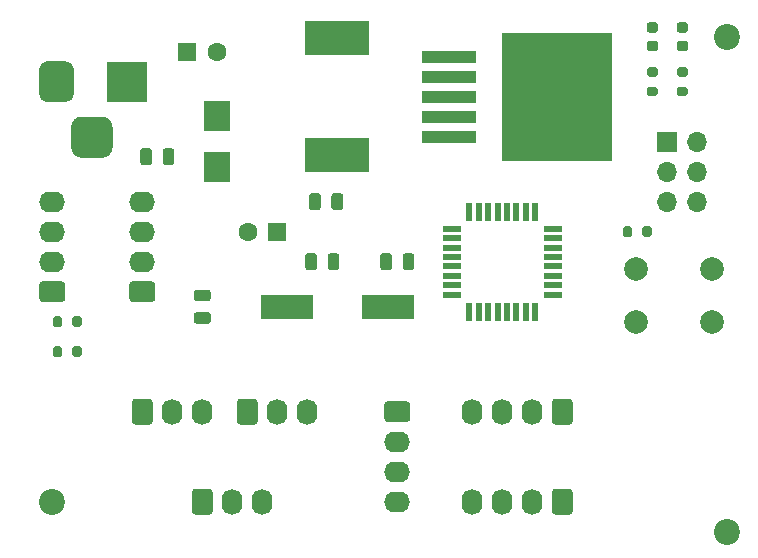
<source format=gbr>
%TF.GenerationSoftware,KiCad,Pcbnew,5.99.0+really5.1.10+dfsg1-1*%
%TF.CreationDate,2022-04-25T00:01:12+02:00*%
%TF.ProjectId,mini_accessory,6d696e69-5f61-4636-9365-73736f72792e,rev?*%
%TF.SameCoordinates,Original*%
%TF.FileFunction,Soldermask,Top*%
%TF.FilePolarity,Negative*%
%FSLAX46Y46*%
G04 Gerber Fmt 4.6, Leading zero omitted, Abs format (unit mm)*
G04 Created by KiCad (PCBNEW 5.99.0+really5.1.10+dfsg1-1) date 2022-04-25 00:01:12*
%MOMM*%
%LPD*%
G01*
G04 APERTURE LIST*
%ADD10C,2.200000*%
%ADD11R,1.600000X1.600000*%
%ADD12C,1.600000*%
%ADD13R,2.300000X2.500000*%
%ADD14R,3.500000X3.500000*%
%ADD15O,2.190000X1.740000*%
%ADD16R,1.700000X1.700000*%
%ADD17O,1.700000X1.700000*%
%ADD18O,1.740000X2.190000*%
%ADD19C,2.000000*%
%ADD20R,4.600000X1.100000*%
%ADD21R,9.400000X10.800000*%
%ADD22R,1.600000X0.550000*%
%ADD23R,0.550000X1.600000*%
%ADD24R,4.500000X2.000000*%
%ADD25R,5.400000X2.900000*%
G04 APERTURE END LIST*
D10*
%TO.C,REF\u002A\u002A*%
X81280000Y-96520000D03*
%TD*%
%TO.C,REF\u002A\u002A*%
X138430000Y-99060000D03*
%TD*%
%TO.C,REF\u002A\u002A*%
X138430000Y-57150000D03*
%TD*%
D11*
%TO.C,C1*%
X92710000Y-58420000D03*
D12*
X95210000Y-58420000D03*
%TD*%
%TO.C,C2*%
G36*
G01*
X90620000Y-67785000D02*
X90620000Y-66835000D01*
G75*
G02*
X90870000Y-66585000I250000J0D01*
G01*
X91370000Y-66585000D01*
G75*
G02*
X91620000Y-66835000I0J-250000D01*
G01*
X91620000Y-67785000D01*
G75*
G02*
X91370000Y-68035000I-250000J0D01*
G01*
X90870000Y-68035000D01*
G75*
G02*
X90620000Y-67785000I0J250000D01*
G01*
G37*
G36*
G01*
X88720000Y-67785000D02*
X88720000Y-66835000D01*
G75*
G02*
X88970000Y-66585000I250000J0D01*
G01*
X89470000Y-66585000D01*
G75*
G02*
X89720000Y-66835000I0J-250000D01*
G01*
X89720000Y-67785000D01*
G75*
G02*
X89470000Y-68035000I-250000J0D01*
G01*
X88970000Y-68035000D01*
G75*
G02*
X88720000Y-67785000I0J250000D01*
G01*
G37*
%TD*%
D11*
%TO.C,C3*%
X100330000Y-73660000D03*
D12*
X97830000Y-73660000D03*
%TD*%
%TO.C,C4*%
G36*
G01*
X103010000Y-71595000D02*
X103010000Y-70645000D01*
G75*
G02*
X103260000Y-70395000I250000J0D01*
G01*
X103760000Y-70395000D01*
G75*
G02*
X104010000Y-70645000I0J-250000D01*
G01*
X104010000Y-71595000D01*
G75*
G02*
X103760000Y-71845000I-250000J0D01*
G01*
X103260000Y-71845000D01*
G75*
G02*
X103010000Y-71595000I0J250000D01*
G01*
G37*
G36*
G01*
X104910000Y-71595000D02*
X104910000Y-70645000D01*
G75*
G02*
X105160000Y-70395000I250000J0D01*
G01*
X105660000Y-70395000D01*
G75*
G02*
X105910000Y-70645000I0J-250000D01*
G01*
X105910000Y-71595000D01*
G75*
G02*
X105660000Y-71845000I-250000J0D01*
G01*
X105160000Y-71845000D01*
G75*
G02*
X104910000Y-71595000I0J250000D01*
G01*
G37*
%TD*%
%TO.C,C5*%
G36*
G01*
X111940000Y-75725000D02*
X111940000Y-76675000D01*
G75*
G02*
X111690000Y-76925000I-250000J0D01*
G01*
X111190000Y-76925000D01*
G75*
G02*
X110940000Y-76675000I0J250000D01*
G01*
X110940000Y-75725000D01*
G75*
G02*
X111190000Y-75475000I250000J0D01*
G01*
X111690000Y-75475000D01*
G75*
G02*
X111940000Y-75725000I0J-250000D01*
G01*
G37*
G36*
G01*
X110040000Y-75725000D02*
X110040000Y-76675000D01*
G75*
G02*
X109790000Y-76925000I-250000J0D01*
G01*
X109290000Y-76925000D01*
G75*
G02*
X109040000Y-76675000I0J250000D01*
G01*
X109040000Y-75725000D01*
G75*
G02*
X109290000Y-75475000I250000J0D01*
G01*
X109790000Y-75475000D01*
G75*
G02*
X110040000Y-75725000I0J-250000D01*
G01*
G37*
%TD*%
%TO.C,C6*%
G36*
G01*
X104590000Y-76675000D02*
X104590000Y-75725000D01*
G75*
G02*
X104840000Y-75475000I250000J0D01*
G01*
X105340000Y-75475000D01*
G75*
G02*
X105590000Y-75725000I0J-250000D01*
G01*
X105590000Y-76675000D01*
G75*
G02*
X105340000Y-76925000I-250000J0D01*
G01*
X104840000Y-76925000D01*
G75*
G02*
X104590000Y-76675000I0J250000D01*
G01*
G37*
G36*
G01*
X102690000Y-76675000D02*
X102690000Y-75725000D01*
G75*
G02*
X102940000Y-75475000I250000J0D01*
G01*
X103440000Y-75475000D01*
G75*
G02*
X103690000Y-75725000I0J-250000D01*
G01*
X103690000Y-76675000D01*
G75*
G02*
X103440000Y-76925000I-250000J0D01*
G01*
X102940000Y-76925000D01*
G75*
G02*
X102690000Y-76675000I0J250000D01*
G01*
G37*
%TD*%
%TO.C,C7*%
G36*
G01*
X93505000Y-78560000D02*
X94455000Y-78560000D01*
G75*
G02*
X94705000Y-78810000I0J-250000D01*
G01*
X94705000Y-79310000D01*
G75*
G02*
X94455000Y-79560000I-250000J0D01*
G01*
X93505000Y-79560000D01*
G75*
G02*
X93255000Y-79310000I0J250000D01*
G01*
X93255000Y-78810000D01*
G75*
G02*
X93505000Y-78560000I250000J0D01*
G01*
G37*
G36*
G01*
X93505000Y-80460000D02*
X94455000Y-80460000D01*
G75*
G02*
X94705000Y-80710000I0J-250000D01*
G01*
X94705000Y-81210000D01*
G75*
G02*
X94455000Y-81460000I-250000J0D01*
G01*
X93505000Y-81460000D01*
G75*
G02*
X93255000Y-81210000I0J250000D01*
G01*
X93255000Y-80710000D01*
G75*
G02*
X93505000Y-80460000I250000J0D01*
G01*
G37*
%TD*%
%TO.C,Logic*%
G36*
G01*
X131823750Y-57500000D02*
X132336250Y-57500000D01*
G75*
G02*
X132555000Y-57718750I0J-218750D01*
G01*
X132555000Y-58156250D01*
G75*
G02*
X132336250Y-58375000I-218750J0D01*
G01*
X131823750Y-58375000D01*
G75*
G02*
X131605000Y-58156250I0J218750D01*
G01*
X131605000Y-57718750D01*
G75*
G02*
X131823750Y-57500000I218750J0D01*
G01*
G37*
G36*
G01*
X131823750Y-55925000D02*
X132336250Y-55925000D01*
G75*
G02*
X132555000Y-56143750I0J-218750D01*
G01*
X132555000Y-56581250D01*
G75*
G02*
X132336250Y-56800000I-218750J0D01*
G01*
X131823750Y-56800000D01*
G75*
G02*
X131605000Y-56581250I0J218750D01*
G01*
X131605000Y-56143750D01*
G75*
G02*
X131823750Y-55925000I218750J0D01*
G01*
G37*
%TD*%
%TO.C,Power*%
G36*
G01*
X134363750Y-55925000D02*
X134876250Y-55925000D01*
G75*
G02*
X135095000Y-56143750I0J-218750D01*
G01*
X135095000Y-56581250D01*
G75*
G02*
X134876250Y-56800000I-218750J0D01*
G01*
X134363750Y-56800000D01*
G75*
G02*
X134145000Y-56581250I0J218750D01*
G01*
X134145000Y-56143750D01*
G75*
G02*
X134363750Y-55925000I218750J0D01*
G01*
G37*
G36*
G01*
X134363750Y-57500000D02*
X134876250Y-57500000D01*
G75*
G02*
X135095000Y-57718750I0J-218750D01*
G01*
X135095000Y-58156250D01*
G75*
G02*
X134876250Y-58375000I-218750J0D01*
G01*
X134363750Y-58375000D01*
G75*
G02*
X134145000Y-58156250I0J218750D01*
G01*
X134145000Y-57718750D01*
G75*
G02*
X134363750Y-57500000I218750J0D01*
G01*
G37*
%TD*%
D13*
%TO.C,D3*%
X95250000Y-63890000D03*
X95250000Y-68190000D03*
%TD*%
D14*
%TO.C,12V*%
X87630000Y-60960000D03*
G36*
G01*
X80130000Y-61960000D02*
X80130000Y-59960000D01*
G75*
G02*
X80880000Y-59210000I750000J0D01*
G01*
X82380000Y-59210000D01*
G75*
G02*
X83130000Y-59960000I0J-750000D01*
G01*
X83130000Y-61960000D01*
G75*
G02*
X82380000Y-62710000I-750000J0D01*
G01*
X80880000Y-62710000D01*
G75*
G02*
X80130000Y-61960000I0J750000D01*
G01*
G37*
G36*
G01*
X82880000Y-66535000D02*
X82880000Y-64785000D01*
G75*
G02*
X83755000Y-63910000I875000J0D01*
G01*
X85505000Y-63910000D01*
G75*
G02*
X86380000Y-64785000I0J-875000D01*
G01*
X86380000Y-66535000D01*
G75*
G02*
X85505000Y-67410000I-875000J0D01*
G01*
X83755000Y-67410000D01*
G75*
G02*
X82880000Y-66535000I0J875000D01*
G01*
G37*
%TD*%
D15*
%TO.C,I2C*%
X81280000Y-71120000D03*
X81280000Y-73660000D03*
X81280000Y-76200000D03*
G36*
G01*
X82125001Y-79610000D02*
X80434999Y-79610000D01*
G75*
G02*
X80185000Y-79360001I0J249999D01*
G01*
X80185000Y-78119999D01*
G75*
G02*
X80434999Y-77870000I249999J0D01*
G01*
X82125001Y-77870000D01*
G75*
G02*
X82375000Y-78119999I0J-249999D01*
G01*
X82375000Y-79360001D01*
G75*
G02*
X82125001Y-79610000I-249999J0D01*
G01*
G37*
%TD*%
D16*
%TO.C,J3*%
X133350000Y-66040000D03*
D17*
X135890000Y-66040000D03*
X133350000Y-68580000D03*
X135890000Y-68580000D03*
X133350000Y-71120000D03*
X135890000Y-71120000D03*
%TD*%
%TO.C,J4*%
G36*
G01*
X89745001Y-79610000D02*
X88054999Y-79610000D01*
G75*
G02*
X87805000Y-79360001I0J249999D01*
G01*
X87805000Y-78119999D01*
G75*
G02*
X88054999Y-77870000I249999J0D01*
G01*
X89745001Y-77870000D01*
G75*
G02*
X89995000Y-78119999I0J-249999D01*
G01*
X89995000Y-79360001D01*
G75*
G02*
X89745001Y-79610000I-249999J0D01*
G01*
G37*
D15*
X88900000Y-76200000D03*
X88900000Y-73660000D03*
X88900000Y-71120000D03*
%TD*%
%TO.C,Servo 0*%
G36*
G01*
X96920000Y-89745001D02*
X96920000Y-88054999D01*
G75*
G02*
X97169999Y-87805000I249999J0D01*
G01*
X98410001Y-87805000D01*
G75*
G02*
X98660000Y-88054999I0J-249999D01*
G01*
X98660000Y-89745001D01*
G75*
G02*
X98410001Y-89995000I-249999J0D01*
G01*
X97169999Y-89995000D01*
G75*
G02*
X96920000Y-89745001I0J249999D01*
G01*
G37*
D18*
X100330000Y-88900000D03*
X102870000Y-88900000D03*
%TD*%
%TO.C,US 0*%
G36*
G01*
X125330000Y-88054999D02*
X125330000Y-89745001D01*
G75*
G02*
X125080001Y-89995000I-249999J0D01*
G01*
X123839999Y-89995000D01*
G75*
G02*
X123590000Y-89745001I0J249999D01*
G01*
X123590000Y-88054999D01*
G75*
G02*
X123839999Y-87805000I249999J0D01*
G01*
X125080001Y-87805000D01*
G75*
G02*
X125330000Y-88054999I0J-249999D01*
G01*
G37*
X121920000Y-88900000D03*
X119380000Y-88900000D03*
X116840000Y-88900000D03*
%TD*%
%TO.C,Servo 1*%
G36*
G01*
X93110000Y-97365001D02*
X93110000Y-95674999D01*
G75*
G02*
X93359999Y-95425000I249999J0D01*
G01*
X94600001Y-95425000D01*
G75*
G02*
X94850000Y-95674999I0J-249999D01*
G01*
X94850000Y-97365001D01*
G75*
G02*
X94600001Y-97615000I-249999J0D01*
G01*
X93359999Y-97615000D01*
G75*
G02*
X93110000Y-97365001I0J249999D01*
G01*
G37*
X96520000Y-96520000D03*
X99060000Y-96520000D03*
%TD*%
%TO.C,US 1*%
G36*
G01*
X125330000Y-95674999D02*
X125330000Y-97365001D01*
G75*
G02*
X125080001Y-97615000I-249999J0D01*
G01*
X123839999Y-97615000D01*
G75*
G02*
X123590000Y-97365001I0J249999D01*
G01*
X123590000Y-95674999D01*
G75*
G02*
X123839999Y-95425000I249999J0D01*
G01*
X125080001Y-95425000D01*
G75*
G02*
X125330000Y-95674999I0J-249999D01*
G01*
G37*
X121920000Y-96520000D03*
X119380000Y-96520000D03*
X116840000Y-96520000D03*
%TD*%
D15*
%TO.C,US 2*%
X110490000Y-96520000D03*
X110490000Y-93980000D03*
X110490000Y-91440000D03*
G36*
G01*
X109644999Y-88030000D02*
X111335001Y-88030000D01*
G75*
G02*
X111585000Y-88279999I0J-249999D01*
G01*
X111585000Y-89520001D01*
G75*
G02*
X111335001Y-89770000I-249999J0D01*
G01*
X109644999Y-89770000D01*
G75*
G02*
X109395000Y-89520001I0J249999D01*
G01*
X109395000Y-88279999D01*
G75*
G02*
X109644999Y-88030000I249999J0D01*
G01*
G37*
%TD*%
D18*
%TO.C,Servo 2*%
X93980000Y-88900000D03*
X91440000Y-88900000D03*
G36*
G01*
X88030000Y-89745001D02*
X88030000Y-88054999D01*
G75*
G02*
X88279999Y-87805000I249999J0D01*
G01*
X89520001Y-87805000D01*
G75*
G02*
X89770000Y-88054999I0J-249999D01*
G01*
X89770000Y-89745001D01*
G75*
G02*
X89520001Y-89995000I-249999J0D01*
G01*
X88279999Y-89995000D01*
G75*
G02*
X88030000Y-89745001I0J249999D01*
G01*
G37*
%TD*%
%TO.C,R1*%
G36*
G01*
X132355000Y-60535000D02*
X131805000Y-60535000D01*
G75*
G02*
X131605000Y-60335000I0J200000D01*
G01*
X131605000Y-59935000D01*
G75*
G02*
X131805000Y-59735000I200000J0D01*
G01*
X132355000Y-59735000D01*
G75*
G02*
X132555000Y-59935000I0J-200000D01*
G01*
X132555000Y-60335000D01*
G75*
G02*
X132355000Y-60535000I-200000J0D01*
G01*
G37*
G36*
G01*
X132355000Y-62185000D02*
X131805000Y-62185000D01*
G75*
G02*
X131605000Y-61985000I0J200000D01*
G01*
X131605000Y-61585000D01*
G75*
G02*
X131805000Y-61385000I200000J0D01*
G01*
X132355000Y-61385000D01*
G75*
G02*
X132555000Y-61585000I0J-200000D01*
G01*
X132555000Y-61985000D01*
G75*
G02*
X132355000Y-62185000I-200000J0D01*
G01*
G37*
%TD*%
%TO.C,R2*%
G36*
G01*
X134895000Y-62185000D02*
X134345000Y-62185000D01*
G75*
G02*
X134145000Y-61985000I0J200000D01*
G01*
X134145000Y-61585000D01*
G75*
G02*
X134345000Y-61385000I200000J0D01*
G01*
X134895000Y-61385000D01*
G75*
G02*
X135095000Y-61585000I0J-200000D01*
G01*
X135095000Y-61985000D01*
G75*
G02*
X134895000Y-62185000I-200000J0D01*
G01*
G37*
G36*
G01*
X134895000Y-60535000D02*
X134345000Y-60535000D01*
G75*
G02*
X134145000Y-60335000I0J200000D01*
G01*
X134145000Y-59935000D01*
G75*
G02*
X134345000Y-59735000I200000J0D01*
G01*
X134895000Y-59735000D01*
G75*
G02*
X135095000Y-59935000I0J-200000D01*
G01*
X135095000Y-60335000D01*
G75*
G02*
X134895000Y-60535000I-200000J0D01*
G01*
G37*
%TD*%
%TO.C,R3*%
G36*
G01*
X81325000Y-81555000D02*
X81325000Y-81005000D01*
G75*
G02*
X81525000Y-80805000I200000J0D01*
G01*
X81925000Y-80805000D01*
G75*
G02*
X82125000Y-81005000I0J-200000D01*
G01*
X82125000Y-81555000D01*
G75*
G02*
X81925000Y-81755000I-200000J0D01*
G01*
X81525000Y-81755000D01*
G75*
G02*
X81325000Y-81555000I0J200000D01*
G01*
G37*
G36*
G01*
X82975000Y-81555000D02*
X82975000Y-81005000D01*
G75*
G02*
X83175000Y-80805000I200000J0D01*
G01*
X83575000Y-80805000D01*
G75*
G02*
X83775000Y-81005000I0J-200000D01*
G01*
X83775000Y-81555000D01*
G75*
G02*
X83575000Y-81755000I-200000J0D01*
G01*
X83175000Y-81755000D01*
G75*
G02*
X82975000Y-81555000I0J200000D01*
G01*
G37*
%TD*%
%TO.C,R4*%
G36*
G01*
X129585000Y-73935000D02*
X129585000Y-73385000D01*
G75*
G02*
X129785000Y-73185000I200000J0D01*
G01*
X130185000Y-73185000D01*
G75*
G02*
X130385000Y-73385000I0J-200000D01*
G01*
X130385000Y-73935000D01*
G75*
G02*
X130185000Y-74135000I-200000J0D01*
G01*
X129785000Y-74135000D01*
G75*
G02*
X129585000Y-73935000I0J200000D01*
G01*
G37*
G36*
G01*
X131235000Y-73935000D02*
X131235000Y-73385000D01*
G75*
G02*
X131435000Y-73185000I200000J0D01*
G01*
X131835000Y-73185000D01*
G75*
G02*
X132035000Y-73385000I0J-200000D01*
G01*
X132035000Y-73935000D01*
G75*
G02*
X131835000Y-74135000I-200000J0D01*
G01*
X131435000Y-74135000D01*
G75*
G02*
X131235000Y-73935000I0J200000D01*
G01*
G37*
%TD*%
%TO.C,R5*%
G36*
G01*
X82975000Y-84095000D02*
X82975000Y-83545000D01*
G75*
G02*
X83175000Y-83345000I200000J0D01*
G01*
X83575000Y-83345000D01*
G75*
G02*
X83775000Y-83545000I0J-200000D01*
G01*
X83775000Y-84095000D01*
G75*
G02*
X83575000Y-84295000I-200000J0D01*
G01*
X83175000Y-84295000D01*
G75*
G02*
X82975000Y-84095000I0J200000D01*
G01*
G37*
G36*
G01*
X81325000Y-84095000D02*
X81325000Y-83545000D01*
G75*
G02*
X81525000Y-83345000I200000J0D01*
G01*
X81925000Y-83345000D01*
G75*
G02*
X82125000Y-83545000I0J-200000D01*
G01*
X82125000Y-84095000D01*
G75*
G02*
X81925000Y-84295000I-200000J0D01*
G01*
X81525000Y-84295000D01*
G75*
G02*
X81325000Y-84095000I0J200000D01*
G01*
G37*
%TD*%
D19*
%TO.C,RESET*%
X137160000Y-76780000D03*
X137160000Y-81280000D03*
X130660000Y-76780000D03*
X130660000Y-81280000D03*
%TD*%
D20*
%TO.C,U1*%
X114875000Y-58830000D03*
X114875000Y-60530000D03*
X114875000Y-62230000D03*
X114875000Y-63930000D03*
X114875000Y-65630000D03*
D21*
X124025000Y-62230000D03*
%TD*%
D22*
%TO.C,U2*%
X115130000Y-73400000D03*
X115130000Y-74200000D03*
X115130000Y-75000000D03*
X115130000Y-75800000D03*
X115130000Y-76600000D03*
X115130000Y-77400000D03*
X115130000Y-78200000D03*
X115130000Y-79000000D03*
D23*
X116580000Y-80450000D03*
X117380000Y-80450000D03*
X118180000Y-80450000D03*
X118980000Y-80450000D03*
X119780000Y-80450000D03*
X120580000Y-80450000D03*
X121380000Y-80450000D03*
X122180000Y-80450000D03*
D22*
X123630000Y-79000000D03*
X123630000Y-78200000D03*
X123630000Y-77400000D03*
X123630000Y-76600000D03*
X123630000Y-75800000D03*
X123630000Y-75000000D03*
X123630000Y-74200000D03*
X123630000Y-73400000D03*
D23*
X122180000Y-71950000D03*
X121380000Y-71950000D03*
X120580000Y-71950000D03*
X119780000Y-71950000D03*
X118980000Y-71950000D03*
X118180000Y-71950000D03*
X117380000Y-71950000D03*
X116580000Y-71950000D03*
%TD*%
D24*
%TO.C,Y1*%
X109660000Y-80010000D03*
X101160000Y-80010000D03*
%TD*%
D25*
%TO.C,L1*%
X105410000Y-57280000D03*
X105410000Y-67180000D03*
%TD*%
M02*

</source>
